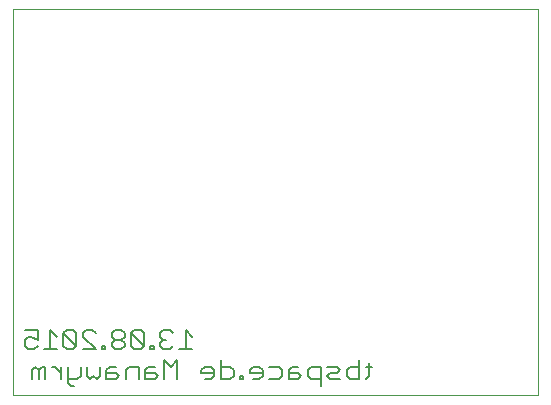
<source format=gbo>
G75*
%MOIN*%
%OFA0B0*%
%FSLAX25Y25*%
%IPPOS*%
%LPD*%
%AMOC8*
5,1,8,0,0,1.08239X$1,22.5*
%
%ADD10C,0.00000*%
%ADD11C,0.00600*%
D10*
X0001800Y0001800D02*
X0001800Y0130501D01*
X0176721Y0130501D01*
X0176721Y0001800D01*
X0001800Y0001800D01*
D11*
X0008185Y0007100D02*
X0008185Y0010303D01*
X0009253Y0011370D01*
X0010321Y0010303D01*
X0010321Y0007100D01*
X0012456Y0007100D02*
X0012456Y0011370D01*
X0011388Y0011370D01*
X0010321Y0010303D01*
X0014624Y0011370D02*
X0015692Y0011370D01*
X0017827Y0009235D01*
X0017827Y0007100D02*
X0017827Y0011370D01*
X0020002Y0011370D02*
X0020002Y0006032D01*
X0021070Y0004965D01*
X0022137Y0004965D01*
X0023205Y0007100D02*
X0020002Y0007100D01*
X0023205Y0007100D02*
X0024273Y0008168D01*
X0024273Y0011370D01*
X0026448Y0011370D02*
X0026448Y0008168D01*
X0027515Y0007100D01*
X0028583Y0008168D01*
X0029650Y0007100D01*
X0030718Y0008168D01*
X0030718Y0011370D01*
X0032893Y0010303D02*
X0032893Y0007100D01*
X0036096Y0007100D01*
X0037164Y0008168D01*
X0036096Y0009235D01*
X0032893Y0009235D01*
X0032893Y0010303D02*
X0033961Y0011370D01*
X0036096Y0011370D01*
X0039339Y0010303D02*
X0039339Y0007100D01*
X0039339Y0010303D02*
X0040406Y0011370D01*
X0043609Y0011370D01*
X0043609Y0007100D01*
X0045784Y0007100D02*
X0048987Y0007100D01*
X0050055Y0008168D01*
X0048987Y0009235D01*
X0045784Y0009235D01*
X0045784Y0010303D02*
X0045784Y0007100D01*
X0045784Y0010303D02*
X0046852Y0011370D01*
X0048987Y0011370D01*
X0052230Y0013505D02*
X0052230Y0007100D01*
X0056500Y0007100D02*
X0056500Y0013505D01*
X0054365Y0011370D01*
X0052230Y0013505D01*
X0051852Y0017100D02*
X0050784Y0018168D01*
X0050784Y0019235D01*
X0051852Y0020303D01*
X0052919Y0020303D01*
X0051852Y0020303D02*
X0050784Y0021370D01*
X0050784Y0022438D01*
X0051852Y0023505D01*
X0053987Y0023505D01*
X0055055Y0022438D01*
X0055055Y0018168D02*
X0053987Y0017100D01*
X0051852Y0017100D01*
X0048609Y0017100D02*
X0047541Y0017100D01*
X0047541Y0018168D01*
X0048609Y0018168D01*
X0048609Y0017100D01*
X0045386Y0018168D02*
X0041116Y0022438D01*
X0041116Y0018168D01*
X0042184Y0017100D01*
X0044319Y0017100D01*
X0045386Y0018168D01*
X0045386Y0022438D01*
X0044319Y0023505D01*
X0042184Y0023505D01*
X0041116Y0022438D01*
X0038941Y0022438D02*
X0038941Y0021370D01*
X0037873Y0020303D01*
X0035738Y0020303D01*
X0034670Y0019235D01*
X0034670Y0018168D01*
X0035738Y0017100D01*
X0037873Y0017100D01*
X0038941Y0018168D01*
X0038941Y0019235D01*
X0037873Y0020303D01*
X0035738Y0020303D02*
X0034670Y0021370D01*
X0034670Y0022438D01*
X0035738Y0023505D01*
X0037873Y0023505D01*
X0038941Y0022438D01*
X0032495Y0018168D02*
X0031428Y0018168D01*
X0031428Y0017100D01*
X0032495Y0017100D01*
X0032495Y0018168D01*
X0029273Y0017100D02*
X0025002Y0021370D01*
X0025002Y0022438D01*
X0026070Y0023505D01*
X0028205Y0023505D01*
X0029273Y0022438D01*
X0029273Y0017100D02*
X0025002Y0017100D01*
X0022827Y0018168D02*
X0018557Y0022438D01*
X0018557Y0018168D01*
X0019624Y0017100D01*
X0021759Y0017100D01*
X0022827Y0018168D01*
X0022827Y0022438D01*
X0021759Y0023505D01*
X0019624Y0023505D01*
X0018557Y0022438D01*
X0016382Y0021370D02*
X0014246Y0023505D01*
X0014246Y0017100D01*
X0012111Y0017100D02*
X0016382Y0017100D01*
X0009936Y0018168D02*
X0008868Y0017100D01*
X0006733Y0017100D01*
X0005666Y0018168D01*
X0005666Y0020303D01*
X0006733Y0021370D01*
X0007801Y0021370D01*
X0009936Y0020303D01*
X0009936Y0023505D01*
X0005666Y0023505D01*
X0057230Y0017100D02*
X0061500Y0017100D01*
X0059365Y0017100D02*
X0059365Y0023505D01*
X0061500Y0021370D01*
X0071037Y0013505D02*
X0071037Y0007100D01*
X0074240Y0007100D01*
X0075307Y0008168D01*
X0075307Y0010303D01*
X0074240Y0011370D01*
X0071037Y0011370D01*
X0068862Y0010303D02*
X0067794Y0011370D01*
X0065659Y0011370D01*
X0064591Y0010303D01*
X0064591Y0009235D01*
X0068862Y0009235D01*
X0068862Y0008168D02*
X0067794Y0007100D01*
X0065659Y0007100D01*
X0068862Y0008168D02*
X0068862Y0010303D01*
X0077462Y0008168D02*
X0077462Y0007100D01*
X0078530Y0007100D01*
X0078530Y0008168D01*
X0077462Y0008168D01*
X0080705Y0009235D02*
X0080705Y0010303D01*
X0081773Y0011370D01*
X0083908Y0011370D01*
X0084976Y0010303D01*
X0084976Y0008168D01*
X0083908Y0007100D01*
X0081773Y0007100D01*
X0080705Y0009235D02*
X0084976Y0009235D01*
X0087151Y0007100D02*
X0090353Y0007100D01*
X0091421Y0008168D01*
X0091421Y0010303D01*
X0090353Y0011370D01*
X0087151Y0011370D01*
X0093596Y0010303D02*
X0093596Y0007100D01*
X0096799Y0007100D01*
X0097867Y0008168D01*
X0096799Y0009235D01*
X0093596Y0009235D01*
X0093596Y0010303D02*
X0094664Y0011370D01*
X0096799Y0011370D01*
X0100042Y0010303D02*
X0100042Y0008168D01*
X0101109Y0007100D01*
X0104312Y0007100D01*
X0106487Y0008168D02*
X0107555Y0009235D01*
X0109690Y0009235D01*
X0110758Y0010303D01*
X0109690Y0011370D01*
X0106487Y0011370D01*
X0104312Y0011370D02*
X0101109Y0011370D01*
X0100042Y0010303D01*
X0104312Y0011370D02*
X0104312Y0004965D01*
X0106487Y0008168D02*
X0107555Y0007100D01*
X0110758Y0007100D01*
X0112933Y0008168D02*
X0112933Y0010303D01*
X0114000Y0011370D01*
X0117203Y0011370D01*
X0117203Y0013505D02*
X0117203Y0007100D01*
X0114000Y0007100D01*
X0112933Y0008168D01*
X0119365Y0007100D02*
X0120432Y0008168D01*
X0120432Y0012438D01*
X0119365Y0011370D02*
X0121500Y0011370D01*
M02*

</source>
